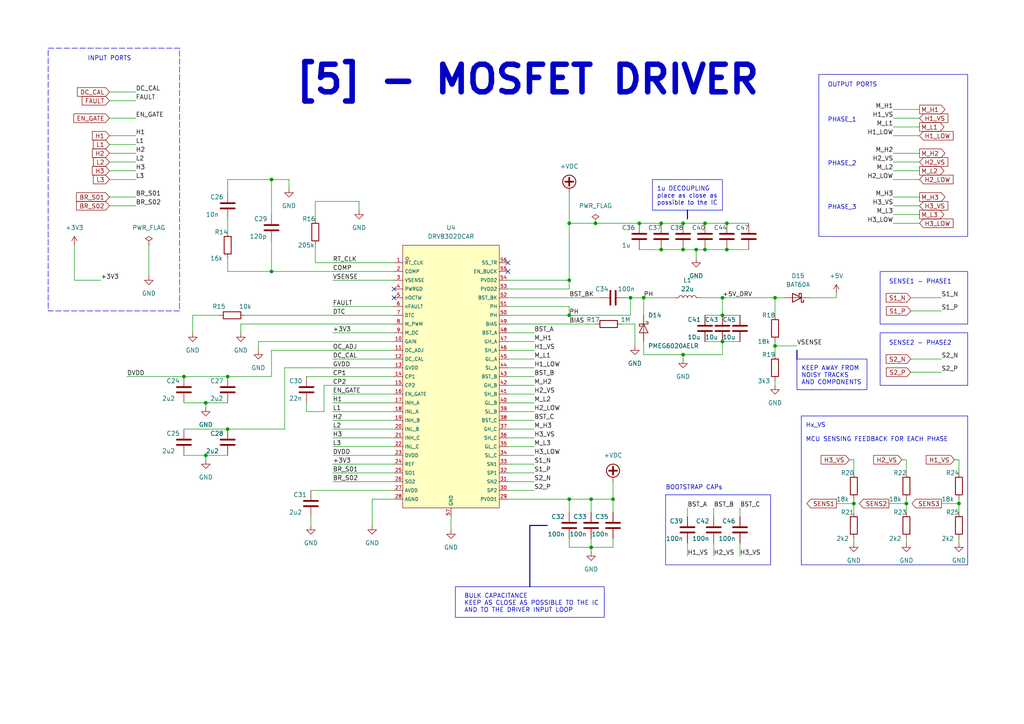
<source format=kicad_sch>
(kicad_sch (version 20231120) (generator "eeschema") (generator_version "8.0")
  (paper "A4")
  (title_block (title "DF_ESC_rev01_1") (date "2024-01-14") (rev "rev01_1") (company "Ivan Mendez IMA Design") (comment 3 "i.mendezalon@hotmail.com") (comment 4 "Ivan Mendez"))
  (lib_symbols
    (symbol "Device:C" (pin_numbers hide) (pin_names (offset 0.254))
      (property "Reference" "C" (at 0.635 2.54 0))
      (property "Value" "C" (at 0.635 -2.54 0))
      (symbol "C_0_1"
        (polyline (pts (xy -2.032 -0.762) (xy 2.032 -0.762)) (stroke (width 0.508)))
        (polyline (pts (xy -2.032 0.762) (xy 2.032 0.762)) (stroke (width 0.508)))
      )
      (symbol "C_1_1"
        (pin passive line (at 0 3.81 270) (length 2.794) (name "~") (number "1"))
        (pin passive line (at 0 -3.81 90) (length 2.794) (name "~") (number "2"))
      )
    )
    (symbol "Device:L" (pin_numbers hide) (pin_names (offset 1.016) hide)
      (property "Reference" "L" (at -1.27 0 90))
      (property "Value" "L" (at 1.905 0 90))
      (symbol "L_0_1"
        (arc (start 0 -2.54) (mid 0.6323 -1.905) (end 0 -1.27))
        (arc (start 0 -1.27) (mid 0.6323 -0.635) (end 0 0))
        (arc (start 0 0) (mid 0.6323 0.635) (end 0 1.27))
        (arc (start 0 1.27) (mid 0.6323 1.905) (end 0 2.54))
      )
      (symbol "L_1_1"
        (pin passive line (at 0 3.81 270) (length 1.27) (name "1") (number "1"))
        (pin passive line (at 0 -3.81 90) (length 1.27) (name "2") (number "2"))
      )
    )
    (symbol "Device:R" (pin_numbers hide) (pin_names (offset 0))
      (property "Reference" "R" (at 2.032 0 90))
      (property "Value" "R" (at 0 0 90))
      (symbol "R_0_1"
        (rectangle (start -1.016 -2.54) (end 1.016 2.54) (stroke (width 0.254)))
      )
      (symbol "R_1_1"
        (pin passive line (at 0 3.81 270) (length 1.27) (name "~") (number "1"))
        (pin passive line (at 0 -3.81 90) (length 1.27) (name "~") (number "2"))
      )
    )
    (symbol "Diode:BAT60A" (pin_numbers hide) (pin_names (offset 1.016) hide)
      (property "Reference" "D" (at 0 2.54 0))
      (property "Value" "BAT60A" (at 0 -2.54 0))
      (symbol "BAT60A_0_1"
        (polyline (pts (xy 1.27 0) (xy -1.27 0)))
        (polyline (pts (xy 1.27 1.27) (xy 1.27 -1.27) (xy -1.27 0) (xy 1.27 1.27)) (stroke (width 0.254)))
        (polyline (pts (xy -1.905 0.635) (xy -1.905 1.27) (xy -1.27 1.27) (xy -1.27 -1.27) (xy -0.635 -1.27) (xy -0.635 -0.635)) (stroke (width 0.254)))
      )
      (symbol "BAT60A_1_1"
        (pin passive line (at -3.81 0 0) (length 2.54) (name "K") (number "1"))
        (pin passive line (at 3.81 0 180) (length 2.54) (name "A") (number "2"))
      )
    )
    (symbol "Diode:PMEG6020AELR" (pin_numbers hide) (pin_names hide)
      (property "Reference" "D" (at 0 2.54 0))
      (property "Value" "PMEG6020AELR" (at 0 -2.54 0))
      (symbol "PMEG6020AELR_0_1"
        (polyline (pts (xy 1.27 0) (xy -1.27 0)))
        (polyline (pts (xy 1.27 1.27) (xy 1.27 -1.27) (xy -1.27 0) (xy 1.27 1.27)) (stroke (width 0.2032)))
        (polyline (pts (xy -1.905 0.635) (xy -1.905 1.27) (xy -1.27 1.27) (xy -1.27 -1.27) (xy -0.635 -1.27) (xy -0.635 -0.635)) (stroke (width 0.2032)))
      )
      (symbol "PMEG6020AELR_1_1"
        (pin passive line (at -3.81 0 0) (length 2.54) (name "K") (number "1"))
        (pin passive line (at 3.81 0 180) (length 2.54) (name "A") (number "2"))
      )
    )
    (symbol "Motor_Driver:DRV8302DCAR"
      (property "Reference" "U" (at 0 1.27 0))
      (property "Value" "DRV8302DCAR" (at 0 -2.54 0))
      (symbol "DRV8302DCAR_0_1"
        (rectangle (start -13.97 38.1001) (end 13.97 -38.1001) (fill (type background)))
        (circle (center -12.7 34.2901) (radius 0.381) (fill (type background)))
        (pin unspecified line (at -16.51 33.02 0) (length 2.54) (name "RT_CLK") (number "1"))
        (pin unspecified line (at -16.51 10.16 0) (length 2.54) (name "GAIN") (number "10"))
        (pin unspecified line (at -16.51 7.62 0) (length 2.54) (name "OC_ADJ") (number "11"))
        (pin unspecified line (at -16.51 5.08 0) (length 2.54) (name "DC_CAL") (number "12"))
        (pin unspecified line (at -16.51 2.54 0) (length 2.54) (name "GVDD") (number "13"))
        (pin unspecified line (at -16.51 0 0) (length 2.54) (name "CP1") (number "14"))
        (pin unspecified line (at -16.51 -2.54 0) (length 2.54) (name "CP2") (number "15"))
        (pin unspecified line (at -16.51 -5.08 0) (length 2.54) (name "EN_GATE") (number "16"))
        (pin unspecified line (at -16.51 -7.62 0) (length 2.54) (name "INH_A") (number "17"))
        (pin unspecified line (at -16.51 -10.16 0) (length 2.54) (name "INL_A") (number "18"))
        (pin unspecified line (at -16.51 -12.7 0) (length 2.54) (name "INH_B") (number "19"))
        (pin unspecified line (at -16.51 30.48 0) (length 2.54) (name "COMP") (number "2"))
        (pin unspecified line (at -16.51 -15.24 0) (length 2.54) (name "INL_B") (number "20"))
        (pin unspecified line (at -16.51 -17.78 0) (length 2.54) (name "INH_C") (number "21"))
        (pin unspecified line (at -16.51 -20.32 0) (length 2.54) (name "INL_C") (number "22"))
        (pin unspecified line (at -16.51 -22.86 0) (length 2.54) (name "DVDD") (number "23"))
        (pin unspecified line (at -16.51 -25.4 0) (length 2.54) (name "REF") (number "24"))
        (pin unspecified line (at -16.51 -27.94 0) (length 2.54) (name "SO1") (number "25"))
        (pin unspecified line (at -16.51 -30.48 0) (length 2.54) (name "SO2") (number "26"))
        (pin unspecified line (at -16.51 -33.02 0) (length 2.54) (name "AVDD") (number "27"))
        (pin unspecified line (at -16.51 -35.56 0) (length 2.54) (name "AGND") (number "28"))
        (pin unspecified line (at 16.51 -35.56 180) (length 2.54) (name "PVDD1") (number "29"))
        (pin unspecified line (at -16.51 27.94 0) (length 2.54) (name "VSENSE") (number "3"))
        (pin unspecified line (at 16.51 -33.02 180) (length 2.54) (name "SP2") (number "30"))
        (pin unspecified line (at 16.51 -30.48 180) (length 2.54) (name "SN2") (number "31"))
        (pin unspecified line (at 16.51 -27.94 180) (length 2.54) (name "SP1") (number "32"))
        (pin unspecified line (at 16.51 -25.4 180) (length 2.54) (name "SN1") (number "33"))
        (pin unspecified line (at 16.51 -22.86 180) (length 2.54) (name "SL_C") (number "34"))
        (pin unspecified line (at 16.51 -20.32 180) (length 2.54) (name "GL_C") (number "35"))
        (pin unspecified line (at 16.51 -17.78 180) (length 2.54) (name "SH_C") (number "36"))
        (pin unspecified line (at 16.51 -15.24 180) (length 2.54) (name "GH_C") (number "37"))
        (pin unspecified line (at 16.51 -12.7 180) (length 2.54) (name "BST_C") (number "38"))
        (pin unspecified line (at 16.51 -10.16 180) (length 2.54) (name "SL_B") (number "39"))
        (pin unspecified line (at -16.51 25.4 0) (length 2.54) (name "PWRGD") (number "4"))
        (pin unspecified line (at 16.51 -7.62 180) (length 2.54) (name "GL_B") (number "40"))
        (pin unspecified line (at 16.51 -5.08 180) (length 2.54) (name "SH_B") (number "41"))
        (pin unspecified line (at 16.51 -2.54 180) (length 2.54) (name "GH_B") (number "42"))
        (pin unspecified line (at 16.51 0 180) (length 2.54) (name "BST_B") (number "43"))
        (pin unspecified line (at 16.51 2.54 180) (length 2.54) (name "SL_A") (number "44"))
        (pin unspecified line (at 16.51 5.08 180) (length 2.54) (name "GL_A") (number "45"))
        (pin unspecified line (at 16.51 7.62 180) (length 2.54) (name "SH_A") (number "46"))
        (pin unspecified line (at 16.51 10.16 180) (length 2.54) (name "GH_A") (number "47"))
        (pin unspecified line (at 16.51 12.7 180) (length 2.54) (name "BST_A") (number "48"))
        (pin unspecified line (at 16.51 15.24 180) (length 2.54) (name "BIAS") (number "49"))
        (pin unspecified line (at -16.51 22.86 0) (length 2.54) (name "nOCTW") (number "5"))
        (pin unspecified line (at 16.51 17.78 180) (length 2.54) (name "PH") (number "50"))
        (pin unspecified line (at 16.51 20.32 180) (length 2.54) (name "PH") (number "51"))
        (pin unspecified line (at 16.51 22.86 180) (length 2.54) (name "BST_BK") (number "52"))
        (pin unspecified line (at 16.51 25.4 180) (length 2.54) (name "PVDD2") (number "53"))
        (pin unspecified line (at 16.51 27.94 180) (length 2.54) (name "PVDD2") (number "54"))
        (pin unspecified line (at 16.51 30.48 180) (length 2.54) (name "EN_BUCK") (number "55"))
        (pin unspecified line (at 16.51 33.02 180) (length 2.54) (name "SS_TR") (number "56"))
        (pin unspecified line (at 0 -40.64 90) (length 2.54) (name "GND") (number "57"))
        (pin unspecified line (at -16.51 20.32 0) (length 2.54) (name "nFAULT") (number "6"))
        (pin unspecified line (at -16.51 17.78 0) (length 2.54) (name "DTC") (number "7"))
        (pin unspecified line (at -16.51 15.24 0) (length 2.54) (name "M_PWM") (number "8"))
        (pin unspecified line (at -16.51 12.7 0) (length 2.54) (name "M_OC") (number "9"))
      )
    )
    (symbol "power:+3V3" (power) (pin_names (offset 0))
      (property "Value" "+3V3" (at 0 3.556 0))
      (symbol "+3V3_0_1"
        (polyline (pts (xy -0.762 1.27) (xy 0 2.54)))
        (polyline (pts (xy 0 0) (xy 0 2.54)))
        (polyline (pts (xy 0 2.54) (xy 0.762 1.27)))
      )
      (symbol "+3V3_1_1"
        (pin power_in line (at 0 0 90) (length 0) hide (name "+3V3") (number "1"))
      )
    )
    (symbol "power:+5V" (power) (pin_names (offset 0))
      (property "Value" "+5V" (at 0 3.556 0))
      (symbol "+5V_0_1"
        (polyline (pts (xy -0.762 1.27) (xy 0 2.54)))
        (polyline (pts (xy 0 0) (xy 0 2.54)))
        (polyline (pts (xy 0 2.54) (xy 0.762 1.27)))
      )
      (symbol "+5V_1_1"
        (pin power_in line (at 0 0 90) (length 0) hide (name "+5V") (number "1"))
      )
    )
    (symbol "power:+VDC" (power) (pin_names (offset 0))
      (property "Value" "+VDC" (at 0 6.35 0))
      (symbol "+VDC_0_1"
        (polyline (pts (xy -1.143 3.175) (xy 1.143 3.175)) (stroke (width 0.508)))
        (polyline (pts (xy 0 0) (xy 0 1.27)))
        (polyline (pts (xy 0 2.032) (xy 0 4.318)) (stroke (width 0.508)))
        (circle (center 0 3.175) (radius 1.905) (stroke (width 0.254)))
      )
      (symbol "+VDC_1_1"
        (pin power_in line (at 0 0 90) (length 0) hide (name "+VDC") (number "1"))
      )
    )
    (symbol "power:GND" (power) (pin_names (offset 0))
      (property "Value" "GND" (at 0 -3.81 0))
      (symbol "GND_0_1"
        (polyline (pts (xy 0 0) (xy 0 -1.27) (xy 1.27 -1.27) (xy 0 -2.54) (xy -1.27 -1.27) (xy 0 -1.27)))
      )
      (symbol "GND_1_1"
        (pin power_in line (at 0 0 270) (length 0) hide (name "GND") (number "1"))
      )
    )
    (symbol "power:PWR_FLAG" (power) (pin_numbers hide) (pin_names (offset 0) hide)
      (property "Value" "PWR_FLAG" (at 0 3.81 0))
      (symbol "PWR_FLAG_0_0"
        (pin power_out line (at 0 0 90) (length 0) (name "pwr") (number "1"))
      )
      (symbol "PWR_FLAG_0_1"
        (polyline (pts (xy 0 0) (xy 0 1.27) (xy -1.016 1.905) (xy 0 2.54) (xy 1.016 1.905) (xy 0 1.27)))
      )
    )
  )
  (junction (at 165.1 144.78))
  (junction (at 191.77 72.39))
  (junction (at 198.12 72.39))
  (junction (at 171.45 158.75))
  (junction (at 78.74 52.07))
  (junction (at 66.04 109.22))
  (junction (at 185.42 64.77))
  (junction (at 165.1 64.77))
  (junction (at 201.93 72.39))
  (junction (at 191.77 64.77))
  (junction (at 198.12 102.87))
  (junction (at 59.69 116.84))
  (junction (at 278.13 146.05))
  (junction (at 204.47 72.39))
  (junction (at 186.69 86.36))
  (junction (at 247.65 146.05))
  (junction (at 171.45 144.78))
  (junction (at 204.47 64.77))
  (junction (at 182.88 86.36))
  (junction (at 224.79 86.36))
  (junction (at 209.55 91.44))
  (junction (at 165.1 91.44))
  (junction (at 172.72 64.77))
  (junction (at 177.8 144.78))
  (junction (at 262.89 146.05))
  (junction (at 59.69 132.08))
  (junction (at 209.55 86.36))
  (junction (at 210.82 64.77))
  (junction (at 78.74 78.74))
  (junction (at 198.12 64.77))
  (junction (at 165.1 81.28))
  (junction (at 224.79 100.33))
  (junction (at 53.34 109.22))
  (junction (at 210.82 72.39))
  (junction (at 66.04 124.46))
  (junction (at 209.55 99.06))
  (no_connect (at 147.32 76.2))
  (no_connect (at 147.32 78.74))
  (no_connect (at 114.3 86.36))
  (no_connect (at 114.3 83.82))
  (wire (pts (xy 96.52 121.92) (xy 114.3 121.92)))
  (wire (pts (xy 96.52 134.62) (xy 114.3 134.62)))
  (wire (pts (xy 53.34 132.08) (xy 59.69 132.08)))
  (wire (pts (xy 266.7 64.77) (xy 259.08 64.77)))
  (wire (pts (xy 207.01 157.48) (xy 207.01 161.29)))
  (wire (pts (xy 181.61 86.36) (xy 182.88 86.36)))
  (wire (pts (xy 96.52 129.54) (xy 114.3 129.54)))
  (wire (pts (xy 266.7 52.07) (xy 259.08 52.07)))
  (wire (pts (xy 224.79 86.36) (xy 227.33 86.36)))
  (wire (pts (xy 262.89 146.05) (xy 262.89 148.59)))
  (wire (pts (xy 191.77 72.39) (xy 198.12 72.39)))
  (wire (pts (xy 201.93 72.39) (xy 201.93 74.93)))
  (wire (pts (xy 66.04 63.5) (xy 66.04 67.31)))
  (wire (pts (xy 69.85 93.98) (xy 69.85 96.52)))
  (wire (pts (xy 266.7 49.53) (xy 259.08 49.53)))
  (wire (pts (xy 59.69 116.84) (xy 59.69 118.11)))
  (wire (pts (xy 96.52 124.46) (xy 114.3 124.46)))
  (wire (pts (xy 165.1 64.77) (xy 172.72 64.77)))
  (wire (pts (xy 165.1 156.21) (xy 165.1 158.75)))
  (wire (pts (xy 191.77 64.77) (xy 198.12 64.77)))
  (wire (pts (xy 96.52 104.14) (xy 114.3 104.14)))
  (wire (pts (xy 199.39 157.48) (xy 199.39 161.29)))
  (wire (pts (xy 147.32 111.76) (xy 154.94 111.76)))
  (wire (pts (xy 96.52 96.52) (xy 114.3 96.52)))
  (bus (pts (xy 153.67 170.18) (xy 153.67 152.4)))
  (wire (pts (xy 262.89 156.21) (xy 262.89 157.48)))
  (wire (pts (xy 242.57 86.36) (xy 234.95 86.36)))
  (wire (pts (xy 78.74 101.6) (xy 78.74 109.22)))
  (wire (pts (xy 186.69 86.36) (xy 186.69 91.44)))
  (wire (pts (xy 104.14 58.42) (xy 104.14 60.96)))
  (wire (pts (xy 147.32 119.38) (xy 154.94 119.38)))
  (wire (pts (xy 266.7 46.99) (xy 259.08 46.99)))
  (wire (pts (xy 186.69 99.06) (xy 186.69 102.87)))
  (wire (pts (xy 198.12 72.39) (xy 201.93 72.39)))
  (wire (pts (xy 21.59 81.28) (xy 29.21 81.28)))
  (wire (pts (xy 204.47 91.44) (xy 209.55 91.44)))
  (wire (pts (xy 91.44 76.2) (xy 91.44 71.12)))
  (wire (pts (xy 91.44 58.42) (xy 104.14 58.42)))
  (wire (pts (xy 198.12 102.87) (xy 209.55 102.87)))
  (wire (pts (xy 165.1 64.77) (xy 165.1 81.28)))
  (wire (pts (xy 36.83 109.22) (xy 53.34 109.22)))
  (wire (pts (xy 165.1 158.75) (xy 171.45 158.75)))
  (wire (pts (xy 59.69 132.08) (xy 66.04 132.08)))
  (wire (pts (xy 204.47 72.39) (xy 210.82 72.39)))
  (wire (pts (xy 88.9 109.22) (xy 114.3 109.22)))
  (wire (pts (xy 147.32 109.22) (xy 154.94 109.22)))
  (wire (pts (xy 198.12 64.77) (xy 204.47 64.77)))
  (wire (pts (xy 201.93 72.39) (xy 204.47 72.39)))
  (wire (pts (xy 147.32 121.92) (xy 154.94 121.92)))
  (wire (pts (xy 276.86 133.35) (xy 278.13 133.35)))
  (wire (pts (xy 39.37 29.21) (xy 31.75 29.21)))
  (wire (pts (xy 147.32 134.62) (xy 154.94 134.62)))
  (wire (pts (xy 63.5 91.44) (xy 55.88 91.44)))
  (wire (pts (xy 83.82 52.07) (xy 83.82 54.61)))
  (wire (pts (xy 78.74 52.07) (xy 78.74 62.23)))
  (wire (pts (xy 246.38 133.35) (xy 247.65 133.35)))
  (wire (pts (xy 147.32 106.68) (xy 154.94 106.68)))
  (wire (pts (xy 224.79 100.33) (xy 224.79 102.87)))
  (wire (pts (xy 185.42 72.39) (xy 191.77 72.39)))
  (wire (pts (xy 93.98 111.76) (xy 114.3 111.76)))
  (wire (pts (xy 262.89 144.78) (xy 262.89 146.05)))
  (wire (pts (xy 39.37 46.99) (xy 31.75 46.99)))
  (wire (pts (xy 171.45 158.75) (xy 171.45 160.02)))
  (wire (pts (xy 55.88 91.44) (xy 55.88 96.52)))
  (wire (pts (xy 266.7 57.15) (xy 259.08 57.15)))
  (wire (pts (xy 88.9 116.84) (xy 88.9 119.38)))
  (wire (pts (xy 39.37 44.45) (xy 31.75 44.45)))
  (wire (pts (xy 264.16 104.14) (xy 273.05 104.14)))
  (wire (pts (xy 242.57 85.09) (xy 242.57 86.36)))
  (wire (pts (xy 266.7 31.75) (xy 259.08 31.75)))
  (wire (pts (xy 96.52 116.84) (xy 114.3 116.84)))
  (wire (pts (xy 147.32 96.52) (xy 154.94 96.52)))
  (wire (pts (xy 171.45 156.21) (xy 171.45 158.75)))
  (wire (pts (xy 39.37 41.91) (xy 31.75 41.91)))
  (wire (pts (xy 69.85 93.98) (xy 114.3 93.98)))
  (wire (pts (xy 182.88 86.36) (xy 182.88 91.44)))
  (wire (pts (xy 147.32 116.84) (xy 154.94 116.84)))
  (wire (pts (xy 78.74 52.07) (xy 83.82 52.07)))
  (wire (pts (xy 147.32 101.6) (xy 154.94 101.6)))
  (wire (pts (xy 147.32 124.46) (xy 154.94 124.46)))
  (wire (pts (xy 210.82 72.39) (xy 217.17 72.39)))
  (wire (pts (xy 43.18 71.12) (xy 43.18 80.01)))
  (wire (pts (xy 262.89 146.05) (xy 257.81 146.05)))
  (wire (pts (xy 266.7 39.37) (xy 259.08 39.37)))
  (wire (pts (xy 185.42 64.77) (xy 191.77 64.77)))
  (wire (pts (xy 262.89 133.35) (xy 262.89 137.16)))
  (wire (pts (xy 53.34 109.22) (xy 66.04 109.22)))
  (wire (pts (xy 66.04 78.74) (xy 66.04 74.93)))
  (wire (pts (xy 39.37 34.29) (xy 31.75 34.29)))
  (wire (pts (xy 147.32 142.24) (xy 154.94 142.24)))
  (wire (pts (xy 90.17 149.86) (xy 90.17 152.4)))
  (wire (pts (xy 78.74 101.6) (xy 114.3 101.6)))
  (wire (pts (xy 224.79 86.36) (xy 224.79 91.44)))
  (wire (pts (xy 39.37 57.15) (xy 31.75 57.15)))
  (wire (pts (xy 180.34 93.98) (xy 184.15 93.98)))
  (wire (pts (xy 107.95 144.78) (xy 114.3 144.78)))
  (wire (pts (xy 39.37 49.53) (xy 31.75 49.53)))
  (wire (pts (xy 39.37 39.37) (xy 31.75 39.37)))
  (wire (pts (xy 186.69 86.36) (xy 195.58 86.36)))
  (wire (pts (xy 74.93 99.06) (xy 74.93 101.6)))
  (wire (pts (xy 91.44 63.5) (xy 91.44 58.42)))
  (wire (pts (xy 147.32 127) (xy 154.94 127)))
  (wire (pts (xy 264.16 86.36) (xy 273.05 86.36)))
  (wire (pts (xy 177.8 144.78) (xy 177.8 148.59)))
  (wire (pts (xy 147.32 144.78) (xy 165.1 144.78)))
  (bus (pts (xy 199.39 60.96) (xy 199.39 63.5)))
  (wire (pts (xy 242.57 146.05) (xy 247.65 146.05)))
  (wire (pts (xy 171.45 144.78) (xy 177.8 144.78)))
  (wire (pts (xy 96.52 81.28) (xy 114.3 81.28)))
  (wire (pts (xy 147.32 132.08) (xy 154.94 132.08)))
  (wire (pts (xy 266.7 62.23) (xy 259.08 62.23)))
  (wire (pts (xy 66.04 52.07) (xy 78.74 52.07)))
  (wire (pts (xy 172.72 64.77) (xy 185.42 64.77)))
  (wire (pts (xy 66.04 55.88) (xy 66.04 52.07)))
  (wire (pts (xy 214.63 157.48) (xy 214.63 161.29)))
  (wire (pts (xy 264.16 90.17) (xy 273.05 90.17)))
  (wire (pts (xy 247.65 146.05) (xy 247.65 148.59)))
  (wire (pts (xy 247.65 144.78) (xy 247.65 146.05)))
  (wire (pts (xy 261.62 133.35) (xy 262.89 133.35)))
  (wire (pts (xy 82.55 106.68) (xy 82.55 124.46)))
  (wire (pts (xy 96.52 88.9) (xy 114.3 88.9)))
  (wire (pts (xy 147.32 129.54) (xy 154.94 129.54)))
  (wire (pts (xy 96.52 127) (xy 114.3 127)))
  (wire (pts (xy 278.13 156.21) (xy 278.13 157.48)))
  (wire (pts (xy 171.45 158.75) (xy 177.8 158.75)))
  (wire (pts (xy 247.65 156.21) (xy 247.65 157.48)))
  (wire (pts (xy 210.82 64.77) (xy 217.17 64.77)))
  (wire (pts (xy 224.79 99.06) (xy 224.79 100.33)))
  (wire (pts (xy 147.32 81.28) (xy 165.1 81.28)))
  (wire (pts (xy 66.04 124.46) (xy 82.55 124.46)))
  (wire (pts (xy 203.2 86.36) (xy 209.55 86.36)))
  (wire (pts (xy 264.16 107.95) (xy 273.05 107.95)))
  (wire (pts (xy 147.32 139.7) (xy 154.94 139.7)))
  (wire (pts (xy 204.47 99.06) (xy 209.55 99.06)))
  (wire (pts (xy 278.13 144.78) (xy 278.13 146.05)))
  (wire (pts (xy 78.74 78.74) (xy 114.3 78.74)))
  (wire (pts (xy 266.7 34.29) (xy 259.08 34.29)))
  (wire (pts (xy 209.55 99.06) (xy 209.55 102.87)))
  (wire (pts (xy 39.37 59.69) (xy 31.75 59.69)))
  (wire (pts (xy 224.79 100.33) (xy 231.14 100.33)))
  (wire (pts (xy 39.37 52.07) (xy 31.75 52.07)))
  (wire (pts (xy 147.32 83.82) (xy 165.1 83.82)))
  (wire (pts (xy 96.52 132.08) (xy 114.3 132.08)))
  (bus (pts (xy 153.67 152.4) (xy 158.75 152.4)))
  (wire (pts (xy 165.1 144.78) (xy 171.45 144.78)))
  (wire (pts (xy 78.74 69.85) (xy 78.74 78.74)))
  (wire (pts (xy 59.69 116.84) (xy 66.04 116.84)))
  (wire (pts (xy 165.1 81.28) (xy 165.1 83.82)))
  (wire (pts (xy 147.32 99.06) (xy 154.94 99.06)))
  (wire (pts (xy 165.1 88.9) (xy 165.1 91.44)))
  (wire (pts (xy 224.79 110.49) (xy 224.79 111.76)))
  (wire (pts (xy 21.59 71.12) (xy 21.59 81.28)))
  (wire (pts (xy 214.63 147.32) (xy 214.63 149.86)))
  (wire (pts (xy 209.55 99.06) (xy 214.63 99.06)))
  (wire (pts (xy 147.32 114.3) (xy 154.94 114.3)))
  (wire (pts (xy 199.39 147.32) (xy 199.39 149.86)))
  (wire (pts (xy 186.69 102.87) (xy 198.12 102.87)))
  (wire (pts (xy 82.55 106.68) (xy 114.3 106.68)))
  (wire (pts (xy 59.69 132.08) (xy 59.69 133.35)))
  (wire (pts (xy 96.52 139.7) (xy 114.3 139.7)))
  (wire (pts (xy 107.95 152.4) (xy 107.95 144.78)))
  (wire (pts (xy 204.47 64.77) (xy 210.82 64.77)))
  (wire (pts (xy 147.32 91.44) (xy 165.1 91.44)))
  (wire (pts (xy 266.7 44.45) (xy 259.08 44.45)))
  (wire (pts (xy 74.93 99.06) (xy 114.3 99.06)))
  (wire (pts (xy 78.74 78.74) (xy 66.04 78.74)))
  (wire (pts (xy 165.1 144.78) (xy 165.1 148.59)))
  (wire (pts (xy 266.7 36.83) (xy 259.08 36.83)))
  (wire (pts (xy 96.52 119.38) (xy 114.3 119.38)))
  (wire (pts (xy 171.45 144.78) (xy 171.45 148.59)))
  (wire (pts (xy 71.12 91.44) (xy 114.3 91.44)))
  (wire (pts (xy 182.88 86.36) (xy 186.69 86.36)))
  (wire (pts (xy 53.34 116.84) (xy 59.69 116.84)))
  (wire (pts (xy 91.44 76.2) (xy 114.3 76.2)))
  (wire (pts (xy 147.32 104.14) (xy 154.94 104.14)))
  (wire (pts (xy 209.55 86.36) (xy 224.79 86.36)))
  (wire (pts (xy 147.32 86.36) (xy 173.99 86.36)))
  (wire (pts (xy 165.1 55.88) (xy 165.1 64.77)))
  (wire (pts (xy 88.9 119.38) (xy 93.98 119.38)))
  (wire (pts (xy 147.32 137.16) (xy 154.94 137.16)))
  (wire (pts (xy 53.34 124.46) (xy 66.04 124.46)))
  (wire (pts (xy 177.8 158.75) (xy 177.8 156.21)))
  (wire (pts (xy 266.7 59.69) (xy 259.08 59.69)))
  (wire (pts (xy 93.98 119.38) (xy 93.98 111.76)))
  (wire (pts (xy 207.01 147.32) (xy 207.01 149.86)))
  (wire (pts (xy 209.55 86.36) (xy 209.55 91.44)))
  (wire (pts (xy 96.52 137.16) (xy 114.3 137.16)))
  (wire (pts (xy 198.12 102.87) (xy 198.12 104.14)))
  (wire (pts (xy 184.15 93.98) (xy 184.15 100.33)))
  (wire (pts (xy 147.32 93.98) (xy 172.72 93.98)))
  (wire (pts (xy 278.13 146.05) (xy 273.05 146.05)))
  (wire (pts (xy 278.13 133.35) (xy 278.13 137.16)))
  (wire (pts (xy 96.52 114.3) (xy 114.3 114.3)))
  (wire (pts (xy 247.65 133.35) (xy 247.65 137.16)))
  (wire (pts (xy 177.8 139.7) (xy 177.8 144.78)))
  (bus (pts (xy 231.14 101.6) (xy 231.14 104.14)))
  (wire (pts (xy 147.32 88.9) (xy 165.1 88.9)))
  (wire (pts (xy 39.37 26.67) (xy 31.75 26.67)))
  (wire (pts (xy 278.13 146.05) (xy 278.13 148.59)))
  (wire (pts (xy 66.04 109.22) (xy 78.74 109.22)))
  (wire (pts (xy 90.17 142.24) (xy 114.3 142.24)))
  (wire (pts (xy 165.1 91.44) (xy 182.88 91.44)))
  (wire (pts (xy 209.55 91.44) (xy 214.63 91.44)))
  (wire (pts (xy 130.81 149.86) (xy 130.81 153.67)))
  (rectangle (start 132.08 170.18) (end 175.26 179.07))
  (rectangle (start 193.04 143.51) (end 223.52 163.83))
  (rectangle (start 13.97 13.97) (end 52.07 90.17) (stroke (width 0) (type dash)))
  (rectangle (start 231.14 104.14) (end 251.46 113.03))
  (rectangle (start 255.27 78.74) (end 280.67 93.98))
  (rectangle (start 255.27 96.52) (end 280.67 111.76))
  (rectangle (start 189.23 52.07) (end 209.55 60.96))
  (rectangle (start 237.49 21.59) (end 280.67 68.58))
  (rectangle (start 232.41 120.65) (end 280.67 163.83))
  (text "PHASE_2\n" (at 240.03 48.26 0) (effects (font (size 1.27 1.27)) (justify left bottom)))
  (text "KEEP AWAY FROM \nNOISY TRACKS \nAND COMPONENTS" (at 232.41 111.76 0) (effects (font (size 1.27 1.27)) (justify left bottom)))
  (text "BULK CAPACITANCE\nKEEP AS CLOSE AS POSSIBLE TO THE IC\nAND TO THE DRIVER INPUT LOOP" (at 134.62 177.8 0) (effects (font (size 1.27 1.27)) (justify left bottom)))
  (text "Hx_VS\n\nMCU SENSING FEEDBACK FOR EACH PHASE" (at 233.68 128.27 0) (effects (font (size 1.27 1.27)) (justify left bottom)))
  (text "PHASE_1\n" (at 240.03 35.56 0) (effects (font (size 1.27 1.27)) (justify left bottom)))
  (text "SENSE2 - PHASE2" (at 257.81 100.33 0) (effects (font (size 1.27 1.27)) (justify left bottom)))
  (text "PHASE_3\n" (at 240.03 60.96 0) (effects (font (size 1.27 1.27)) (justify left bottom)))
  (text "OUTPUT PORTS" (at 240.03 25.4 0) (effects (font (size 1.27 1.27)) (justify left bottom)))
  (text "1u DECOUPLING\nplace as close as \npossible to the IC" (at 190.5 59.69 0) (effects (font (size 1.27 1.27)) (justify left bottom)))
  (text "BOOTSTRAP CAPs" (at 193.04 142.24 0) (effects (font (size 1.27 1.27)) (justify left bottom)))
  (text "INPUT PORTS" (at 25.4 17.78 0) (effects (font (size 1.27 1.27)) (justify left bottom)))
  (text "[5] - MOSFET DRIVER" (at 85.09 27.94 0) (effects (font (size 8 8) (bold yes)) (justify left bottom)))
  (text "SENSE1 - PHASE1\n" (at 257.81 82.55 0) (effects (font (size 1.27 1.27)) (justify left bottom)))
  (label "BR_S01" (at 39.37 57.15 0))
  (label "CP1" (at 96.52 109.22 0))
  (label "H1" (at 96.52 116.84 0))
  (label "EN_GATE" (at 96.52 114.3 0))
  (label "S2_P" (at 273.05 107.95 0))
  (label "PH" (at 186.69 86.36 0))
  (label "H1_VS" (at 259.08 34.29 180))
  (label "M_L2" (at 259.08 49.53 180))
  (label "OC_ADJ" (at 96.52 101.6 0))
  (label "CP2" (at 96.52 111.76 0))
  (label "DC_CAL" (at 39.37 26.67 0))
  (label "S2_N" (at 273.05 104.14 0))
  (label "S1_P" (at 154.94 137.16 0))
  (label "BR_S02" (at 96.52 139.7 0))
  (label "DVDD" (at 36.83 109.22 0))
  (label "H3" (at 39.37 49.53 0))
  (label "H2_VS" (at 154.94 114.3 0))
  (label "H2" (at 96.52 121.92 0))
  (label "GVDD" (at 96.52 106.68 0))
  (label "H2_VS" (at 259.08 46.99 180))
  (label "S1_P" (at 273.05 90.17 0))
  (label "COMP" (at 96.52 78.74 0))
  (label "M_H1" (at 154.94 99.06 0))
  (label "H2_LOW" (at 154.94 119.38 0))
  (label "DVDD" (at 96.52 132.08 0))
  (label "BIAS" (at 165.1 93.98 0))
  (label "BR_S02" (at 39.37 59.69 0))
  (label "BST_C" (at 214.63 147.32 0))
  (label "BST_BK" (at 165.1 86.36 0))
  (label "M_L1" (at 154.94 104.14 0))
  (label "L2" (at 96.52 124.46 0))
  (label "H1" (at 39.37 39.37 0))
  (label "FAULT" (at 96.52 88.9 0))
  (label "M_L1" (at 259.08 36.83 180))
  (label "M_H1" (at 259.08 31.75 180))
  (label "M_H2" (at 259.08 44.45 180))
  (label "+3V3" (at 29.21 81.28 0))
  (label "BR_S01" (at 96.52 137.16 0))
  (label "H3" (at 96.52 127 0))
  (label "L3" (at 96.52 129.54 0))
  (label "+3V3" (at 96.52 134.62 0))
  (label "+5V_DRV" (at 209.55 86.36 0))
  (label "BST_A" (at 199.39 147.32 0))
  (label "M_H2" (at 154.94 111.76 0))
  (label "H1_LOW" (at 259.08 39.37 180))
  (label "H3_VS" (at 154.94 127 0))
  (label "S2_N" (at 154.94 139.7 0))
  (label "RT_CLK" (at 96.52 76.2 0))
  (label "L1" (at 39.37 41.91 0))
  (label "H3_VS" (at 214.63 161.29 0))
  (label "H1_VS" (at 154.94 101.6 0))
  (label "H1_VS" (at 199.39 161.29 0))
  (label "M_H3" (at 259.08 57.15 180))
  (label "M_H3" (at 154.94 124.46 0))
  (label "L2" (at 39.37 46.99 0))
  (label "BST_C" (at 154.94 121.92 0))
  (label "H3_VS" (at 259.08 59.69 180))
  (label "M_L3" (at 154.94 129.54 0))
  (label "M_L3" (at 259.08 62.23 180))
  (label "S2_P" (at 154.94 142.24 0))
  (label "M_L2" (at 154.94 116.84 0))
  (label "H3_LOW" (at 259.08 64.77 180))
  (label "BST_B" (at 154.94 109.22 0))
  (label "S1_N" (at 273.05 86.36 0))
  (label "H2" (at 39.37 44.45 0))
  (label "H1_LOW" (at 154.94 106.68 0))
  (label "H2_LOW" (at 259.08 52.07 180))
  (label "H2_VS" (at 207.01 161.29 0))
  (label "BST_A" (at 154.94 96.52 0))
  (label "L3" (at 39.37 52.07 0))
  (label "PH" (at 165.1 91.44 0))
  (label "DC_CAL" (at 96.52 104.14 0))
  (label "+3V3" (at 96.52 96.52 0))
  (label "DTC" (at 96.52 91.44 0))
  (label "H3_LOW" (at 154.94 132.08 0))
  (label "FAULT" (at 39.37 29.21 0))
  (label "L1" (at 96.52 119.38 0))
  (label "BST_B" (at 207.01 147.32 0))
  (label "EN_GATE" (at 39.37 34.29 0))
  (label "S1_N" (at 154.94 134.62 0))
  (label "VSENSE" (at 231.14 100.33 0))
  (label "VSENSE" (at 96.52 81.28 0))
  (global_label "L1" (shape input) (at 31.75 41.91 180) (property "Intersheetrefs" "${INTERSHEET_REFS}" (effects (hide yes))))
  (global_label "H1_VS" (shape input) (at 276.86 133.35 180) (property "Intersheetrefs" "${INTERSHEET_REFS}" (effects (hide yes))))
  (global_label "DC_CAL" (shape input) (at 31.75 26.67 180) (property "Intersheetrefs" "${INTERSHEET_REFS}" (effects (hide yes))))
  (global_label "L2" (shape input) (at 31.75 46.99 180) (property "Intersheetrefs" "${INTERSHEET_REFS}" (effects (hide yes))))
  (global_label "EN_GATE" (shape input) (at 31.75 34.29 180) (property "Intersheetrefs" "${INTERSHEET_REFS}" (effects (hide yes))))
  (global_label "SENS3" (shape output) (at 273.05 146.05 180) (property "Intersheetrefs" "${INTERSHEET_REFS}" (effects (hide yes))))
  (global_label "H2_LOW" (shape input) (at 266.7 52.07 0) (property "Intersheetrefs" "${INTERSHEET_REFS}" (effects (hide yes))))
  (global_label "S2_P" (shape input) (at 264.16 107.95 180) (property "Intersheetrefs" "${INTERSHEET_REFS}" (effects (hide yes))))
  (global_label "L3" (shape input) (at 31.75 52.07 180) (property "Intersheetrefs" "${INTERSHEET_REFS}" (effects (hide yes))))
  (global_label "S1_P" (shape input) (at 264.16 90.17 180) (property "Intersheetrefs" "${INTERSHEET_REFS}" (effects (hide yes))))
  (global_label "BR_S01" (shape input) (at 31.75 57.15 180) (property "Intersheetrefs" "${INTERSHEET_REFS}" (effects (hide yes))))
  (global_label "M_H3" (shape output) (at 266.7 57.15 0) (property "Intersheetrefs" "${INTERSHEET_REFS}" (effects (hide yes))))
  (global_label "M_L2" (shape output) (at 266.7 49.53 0) (property "Intersheetrefs" "${INTERSHEET_REFS}" (effects (hide yes))))
  (global_label "M_H1" (shape output) (at 266.7 31.75 0) (property "Intersheetrefs" "${INTERSHEET_REFS}" (effects (hide yes))))
  (global_label "H1" (shape input) (at 31.75 39.37 180) (property "Intersheetrefs" "${INTERSHEET_REFS}" (effects (hide yes))))
  (global_label "H3_VS" (shape input) (at 266.7 59.69 0) (property "Intersheetrefs" "${INTERSHEET_REFS}" (effects (hide yes))))
  (global_label "M_L3" (shape output) (at 266.7 62.23 0) (property "Intersheetrefs" "${INTERSHEET_REFS}" (effects (hide yes))))
  (global_label "H1_LOW" (shape input) (at 266.7 39.37 0) (property "Intersheetrefs" "${INTERSHEET_REFS}" (effects (hide yes))))
  (global_label "S2_N" (shape input) (at 264.16 104.14 180) (property "Intersheetrefs" "${INTERSHEET_REFS}" (effects (hide yes))))
  (global_label "H3" (shape input) (at 31.75 49.53 180) (property "Intersheetrefs" "${INTERSHEET_REFS}" (effects (hide yes))))
  (global_label "H1_VS" (shape input) (at 266.7 34.29 0) (property "Intersheetrefs" "${INTERSHEET_REFS}" (effects (hide yes))))
  (global_label "FAULT" (shape input) (at 31.75 29.21 180) (property "Intersheetrefs" "${INTERSHEET_REFS}" (effects (hide yes))))
  (global_label "H2_VS" (shape input) (at 266.7 46.99 0) (property "Intersheetrefs" "${INTERSHEET_REFS}" (effects (hide yes))))
  (global_label "H3_LOW" (shape input) (at 266.7 64.77 0) (property "Intersheetrefs" "${INTERSHEET_REFS}" (effects (hide yes))))
  (global_label "M_H2" (shape output) (at 266.7 44.45 0) (property "Intersheetrefs" "${INTERSHEET_REFS}" (effects (hide yes))))
  (global_label "BR_S02" (shape input) (at 31.75 59.69 180) (property "Intersheetrefs" "${INTERSHEET_REFS}" (effects (hide yes))))
  (global_label "SENS1" (shape output) (at 242.57 146.05 180) (property "Intersheetrefs" "${INTERSHEET_REFS}" (effects (hide yes))))
  (global_label "S1_N" (shape input) (at 264.16 86.36 180) (property "Intersheetrefs" "${INTERSHEET_REFS}" (effects (hide yes))))
  (global_label "H2" (shape input) (at 31.75 44.45 180) (property "Intersheetrefs" "${INTERSHEET_REFS}" (effects (hide yes))))
  (global_label "SENS2" (shape output) (at 257.81 146.05 180) (property "Intersheetrefs" "${INTERSHEET_REFS}" (effects (hide yes))))
  (global_label "H3_VS" (shape input) (at 246.38 133.35 180) (property "Intersheetrefs" "${INTERSHEET_REFS}" (effects (hide yes))))
  (global_label "H2_VS" (shape input) (at 261.62 133.35 180) (property "Intersheetrefs" "${INTERSHEET_REFS}" (effects (hide yes))))
  (global_label "M_L1" (shape output) (at 266.7 36.83 0) (property "Intersheetrefs" "${INTERSHEET_REFS}" (effects (hide yes))))
  (symbol (lib_id "Device:R") (at 224.79 106.68 0) (unit 1)
    (property "Reference" "R19" (at 220.98 102.87 0) (effects (justify left)))
    (property "Value" "3k3" (at 219.71 110.49 0) (effects (justify left)))
    (property "Footprint" "Resistor_SMD:R_0603_1608Metric_Pad0.98x0.95mm_HandSolder" (effects (hide yes)))
  )
  (symbol (lib_id "power:GND") (at 74.93 101.6 0) (unit 1)
    (property "Reference" "#PWR046" (effects (hide yes)))
    (property "Value" "GND" (at 74.93 106.68 0))
  )
  (symbol (lib_id "power:GND") (at 59.69 133.35 0) (unit 1)
    (property "Reference" "#PWR044" (effects (hide yes)))
    (property "Value" "GND" (at 59.69 138.43 0))
  )
  (symbol (lib_id "Device:R") (at 66.04 71.12 0) (unit 1)
    (property "Reference" "R14" (at 62.23 67.31 0) (effects (justify left)))
    (property "Value" "16k" (at 60.96 74.93 0) (effects (justify left)))
    (property "Footprint" "Resistor_SMD:R_0603_1608Metric_Pad0.98x0.95mm_HandSolder" (effects (hide yes)))
  )
  (symbol (lib_id "Device:C") (at 78.74 66.04 0) (unit 1)
    (property "Reference" "C29" (at 73.66 63.5 0) (effects (justify left)))
    (property "Value" "120p" (at 72.39 68.58 0) (effects (justify left)))
    (property "Footprint" "Capacitor_SMD:C_0603_1608Metric_Pad1.08x0.95mm_HandSolder" (effects (hide yes)))
  )
  (symbol (lib_id "Device:C") (at 204.47 68.58 0) (unit 1)
    (property "Reference" "C40" (at 200.66 66.04 0) (effects (justify left)))
    (property "Value" "1u" (effects (hide yes)))
    (property "Footprint" "Capacitor_SMD:C_0603_1608Metric_Pad1.08x0.95mm_HandSolder" (effects (hide yes)))
  )
  (symbol (lib_id "Device:C") (at 165.1 152.4 180) (unit 1)
    (property "Reference" "C32" (at 163.83 149.86 0) (effects (justify left)))
    (property "Value" "100n" (at 163.83 154.94 0) (effects (justify left)))
    (property "Footprint" "Capacitor_SMD:C_0603_1608Metric_Pad1.08x0.95mm_HandSolder" (effects (hide yes)))
  )
  (symbol (lib_id "power:GND") (at 90.17 152.4 0) (unit 1)
    (property "Reference" "#PWR048" (effects (hide yes)))
    (property "Value" "GND" (at 90.17 157.48 0))
  )
  (symbol (lib_id "Device:C") (at 66.04 128.27 0) (unit 1)
    (property "Reference" "C28" (at 60.96 125.73 0) (effects (justify left)))
    (property "Value" "2u2" (at 59.69 130.81 0) (effects (justify left)))
    (property "Footprint" "Capacitor_SMD:C_0603_1608Metric_Pad1.08x0.95mm_HandSolder" (effects (hide yes)))
  )
  (symbol (lib_id "Device:R") (at 278.13 140.97 0) (unit 1)
    (property "Reference" "R24" (at 274.32 137.16 0) (effects (justify left)))
    (property "Value" "18k" (at 273.05 144.78 0) (effects (justify left)))
    (property "Footprint" "Resistor_SMD:R_0603_1608Metric_Pad0.98x0.95mm_HandSolder" (effects (hide yes)))
  )
  (symbol (lib_id "power:GND") (at 184.15 100.33 0) (unit 1)
    (property "Reference" "#PWR055" (effects (hide yes)))
    (property "Value" "GND" (at 184.15 105.41 0))
  )
  (symbol (lib_id "Device:R") (at 278.13 152.4 0) (unit 1)
    (property "Reference" "R25" (at 274.32 148.59 0) (effects (justify left)))
    (property "Value" "2k2" (at 273.05 156.21 0) (effects (justify left)))
    (property "Footprint" "Resistor_SMD:R_0603_1608Metric_Pad0.98x0.95mm_HandSolder" (effects (hide yes)))
  )
  (symbol (lib_id "Device:C") (at 177.8 152.4 180) (unit 1)
    (property "Reference" "C35" (at 176.53 149.86 0) (effects (justify left)))
    (property "Value" "100n" (at 176.53 154.94 0) (effects (justify left)))
    (property "Footprint" "Capacitor_SMD:C_0603_1608Metric_Pad1.08x0.95mm_HandSolder" (effects (hide yes)))
  )
  (symbol (lib_id "Device:C") (at 209.55 95.25 0) (unit 1)
    (property "Reference" "C43" (at 204.47 92.71 0) (effects (justify left)))
    (property "Value" "10u" (at 204.47 97.79 0) (effects (justify left)))
    (property "Footprint" "Capacitor_SMD:C_0603_1608Metric_Pad1.08x0.95mm_HandSolder" (effects (hide yes)))
  )
  (symbol (lib_id "Device:C") (at 207.01 153.67 180) (unit 1)
    (property "Reference" "C42" (at 205.74 151.13 0) (effects (justify left)))
    (property "Value" "100n" (at 205.74 156.21 0) (effects (justify left)))
    (property "Footprint" "Capacitor_SMD:C_0603_1608Metric_Pad1.08x0.95mm_HandSolder" (effects (hide yes)))
  )
  (symbol (lib_id "Device:C") (at 66.04 113.03 0) (unit 1)
    (property "Reference" "C27" (at 60.96 110.49 0) (effects (justify left)))
    (property "Value" "2u2" (at 60.96 115.57 0) (effects (justify left)))
    (property "Footprint" "Capacitor_SMD:C_0603_1608Metric_Pad1.08x0.95mm_HandSolder" (effects (hide yes)))
  )
  (symbol (lib_id "power:GND") (at 43.18 80.01 0) (unit 1)
    (property "Reference" "#PWR041" (effects (hide yes)))
    (property "Value" "GND" (at 43.18 85.09 0))
  )
  (symbol (lib_id "Device:R") (at 67.31 91.44 90) (unit 1)
    (property "Reference" "R15" (at 63.5 88.9 90))
    (property "Value" "10k" (at 71.12 88.9 90))
    (property "Footprint" "Resistor_SMD:R_0603_1608Metric_Pad0.98x0.95mm_HandSolder" (effects (hide yes)))
  )
  (symbol (lib_id "Device:C") (at 90.17 146.05 0) (unit 1)
    (property "Reference" "C31" (at 85.09 143.51 0) (effects (justify left)))
    (property "Value" "2u2" (at 83.82 148.59 0) (effects (justify left)))
    (property "Footprint" "Capacitor_SMD:C_0603_1608Metric_Pad1.08x0.95mm_HandSolder" (effects (hide yes)))
  )
  (symbol (lib_id "power:GND") (at 130.81 153.67 0) (unit 1)
    (property "Reference" "#PWR051" (effects (hide yes)))
    (property "Value" "GND" (at 130.81 158.75 0))
  )
  (symbol (lib_id "power:+3V3") (at 21.59 71.12 0) (unit 1)
    (property "Reference" "#PWR040" (effects (hide yes)))
    (property "Value" "+3V3" (at 21.59 66.04 0))
  )
  (symbol (lib_id "Device:C") (at 210.82 68.58 0) (unit 1)
    (property "Reference" "C44" (at 207.01 66.04 0) (effects (justify left)))
    (property "Value" "1u" (effects (hide yes)))
    (property "Footprint" "Capacitor_SMD:C_0603_1608Metric_Pad1.08x0.95mm_HandSolder" (effects (hide yes)))
  )
  (symbol (lib_id "power:PWR_FLAG") (at 43.18 71.12 0) (unit 1)
    (property "Reference" "#FLG04" (effects (hide yes)))
    (property "Value" "PWR_FLAG" (at 43.18 66.04 0))
  )
  (symbol (lib_id "power:GND") (at 83.82 54.61 0) (unit 1)
    (property "Reference" "#PWR047" (effects (hide yes)))
    (property "Value" "GND" (at 83.82 59.69 0))
  )
  (symbol (lib_id "Device:C") (at 214.63 95.25 0) (unit 1)
    (property "Reference" "C45" (at 209.55 92.71 0) (effects (justify left)))
    (property "Value" "10u" (at 209.55 97.79 0) (effects (justify left)))
    (property "Footprint" "Capacitor_SMD:C_0603_1608Metric_Pad1.08x0.95mm_HandSolder" (effects (hide yes)))
  )
  (symbol (lib_id "Device:C") (at 204.47 95.25 0) (unit 1)
    (property "Reference" "C41" (at 199.39 92.71 0) (effects (justify left)))
    (property "Value" "10u" (at 199.39 97.79 0) (effects (justify left)))
    (property "Footprint" "Capacitor_SMD:C_0603_1608Metric_Pad1.08x0.95mm_HandSolder" (effects (hide yes)))
  )
  (symbol (lib_id "power:GND") (at 224.79 111.76 0) (unit 1)
    (property "Reference" "#PWR058" (effects (hide yes)))
    (property "Value" "GND" (at 224.79 116.84 0))
  )
  (symbol (lib_id "Device:R") (at 247.65 152.4 0) (unit 1)
    (property "Reference" "R21" (at 243.84 148.59 0) (effects (justify left)))
    (property "Value" "2k2" (at 242.57 156.21 0) (effects (justify left)))
    (property "Footprint" "Resistor_SMD:R_0603_1608Metric_Pad0.98x0.95mm_HandSolder" (effects (hide yes)))
  )
  (symbol (lib_id "power:PWR_FLAG") (at 172.72 64.77 0) (unit 1)
    (property "Reference" "#FLG05" (effects (hide yes)))
    (property "Value" "PWR_FLAG" (at 172.72 59.69 0))
  )
  (symbol (lib_id "Device:R") (at 91.44 67.31 0) (unit 1)
    (property "Reference" "R16" (at 87.63 63.5 0) (effects (justify left)))
    (property "Value" "205k" (at 86.36 71.12 0) (effects (justify left)))
    (property "Footprint" "Resistor_SMD:R_0603_1608Metric_Pad0.98x0.95mm_HandSolder" (effects (hide yes)))
  )
  (symbol (lib_id "power:GND") (at 55.88 96.52 0) (unit 1)
    (property "Reference" "#PWR042" (effects (hide yes)))
    (property "Value" "GND" (at 55.88 101.6 0))
  )
  (symbol (lib_id "Device:C") (at 214.63 153.67 180) (unit 1)
    (property "Reference" "C46" (at 213.36 151.13 0) (effects (justify left)))
    (property "Value" "100n" (at 213.36 156.21 0) (effects (justify left)))
    (property "Footprint" "Capacitor_SMD:C_0603_1608Metric_Pad1.08x0.95mm_HandSolder" (effects (hide yes)))
  )
  (symbol (lib_id "Device:C") (at 88.9 113.03 180) (unit 1)
    (property "Reference" "C30" (at 83.82 110.49 0) (effects (justify right)))
    (property "Value" "22n" (at 83.82 115.57 0) (effects (justify right)))
    (property "Footprint" "Capacitor_SMD:C_0603_1608Metric_Pad1.08x0.95mm_HandSolder" (effects (hide yes)))
  )
  (symbol (lib_id "power:GND") (at 278.13 157.48 0) (unit 1)
    (property "Reference" "#PWR062" (effects (hide yes)))
    (property "Value" "GND" (at 278.13 162.56 0))
  )
  (symbol (lib_id "Device:C") (at 66.04 59.69 0) (unit 1)
    (property "Reference" "C26" (at 60.96 57.15 0) (effects (justify left)))
    (property "Value" "10n" (at 59.69 62.23 0) (effects (justify left)))
    (property "Footprint" "Capacitor_SMD:C_0603_1608Metric_Pad1.08x0.95mm_HandSolder" (effects (hide yes)))
  )
  (symbol (lib_id "power:+VDC") (at 177.8 139.7 0) (unit 1)
    (property "Reference" "#PWR054" (effects (hide yes)))
    (property "Value" "+VDC" (at 177.8 132.08 0))
  )
  (symbol (lib_id "power:GND") (at 198.12 104.14 0) (unit 1)
    (property "Reference" "#PWR056" (effects (hide yes)))
    (property "Value" "GND" (at 198.12 109.22 0))
  )
  (symbol (lib_id "Diode:PMEG6020AELR") (at 186.69 95.25 270) (unit 1)
    (property "Reference" "D14" (at 187.96 91.44 90) (effects (justify left)))
    (property "Value" "PMEG6020AELR" (at 187.96 100.33 90) (effects (justify left)))
    (property "Footprint" "Diode_SMD:Nexperia_CFP3_SOD-123W" (effects (hide yes)))
    (property "Datasheet" "https://assets.nexperia.com/documents/data-sheet/PMEG6020AELR.pdf" (effects (hide yes)))
  )
  (symbol (lib_id "Device:C") (at 191.77 68.58 0) (unit 1)
    (property "Reference" "C37" (at 187.96 66.04 0) (effects (justify left)))
    (property "Value" "1u" (effects (hide yes)))
    (property "Footprint" "Capacitor_SMD:C_0603_1608Metric_Pad1.08x0.95mm_HandSolder" (effects (hide yes)))
  )
  (symbol (lib_id "Device:C") (at 53.34 128.27 0) (unit 1)
    (property "Reference" "C25" (at 48.26 125.73 0) (effects (justify left)))
    (property "Value" "2u2" (at 46.99 130.81 0) (effects (justify left)))
    (property "Footprint" "Capacitor_SMD:C_0603_1608Metric_Pad1.08x0.95mm_HandSolder" (effects (hide yes)))
  )
  (symbol (lib_id "Device:C") (at 171.45 152.4 180) (unit 1)
    (property "Reference" "C33" (at 170.18 149.86 0) (effects (justify left)))
    (property "Value" "100n" (at 170.18 154.94 0) (effects (justify left)))
    (property "Footprint" "Capacitor_SMD:C_0603_1608Metric_Pad1.08x0.95mm_HandSolder" (effects (hide yes)))
  )
  (symbol (lib_id "Device:R") (at 262.89 152.4 0) (unit 1)
    (property "Reference" "R23" (at 259.08 148.59 0) (effects (justify left)))
    (property "Value" "2k2" (at 257.81 156.21 0) (effects (justify left)))
    (property "Footprint" "Resistor_SMD:R_0603_1608Metric_Pad0.98x0.95mm_HandSolder" (effects (hide yes)))
  )
  (symbol (lib_id "Device:C") (at 199.39 153.67 180) (unit 1)
    (property "Reference" "C39" (at 198.12 151.13 0) (effects (justify left)))
    (property "Value" "100n" (at 198.12 156.21 0) (effects (justify left)))
    (property "Footprint" "Capacitor_SMD:C_0603_1608Metric_Pad1.08x0.95mm_HandSolder" (effects (hide yes)))
  )
  (symbol (lib_id "power:GND") (at 262.89 157.48 0) (unit 1)
    (property "Reference" "#PWR061" (effects (hide yes)))
    (property "Value" "GND" (at 262.89 162.56 0))
  )
  (symbol (lib_id "power:GND") (at 69.85 96.52 0) (unit 1)
    (property "Reference" "#PWR045" (effects (hide yes)))
    (property "Value" "GND" (at 69.85 101.6 0))
  )
  (symbol (lib_id "power:GND") (at 171.45 160.02 0) (unit 1)
    (property "Reference" "#PWR053" (effects (hide yes)))
    (property "Value" "GND" (at 171.45 165.1 0))
  )
  (symbol (lib_id "Device:R") (at 224.79 95.25 0) (unit 1)
    (property "Reference" "R18" (at 220.98 91.44 0) (effects (justify left)))
    (property "Value" "18k" (at 219.71 99.06 0) (effects (justify left)))
    (property "Footprint" "Resistor_SMD:R_0603_1608Metric_Pad0.98x0.95mm_HandSolder" (effects (hide yes)))
  )
  (symbol (lib_id "Device:R") (at 176.53 93.98 90) (unit 1)
    (property "Reference" "R17" (at 173.99 92.71 90) (effects (justify left)))
    (property "Value" "1M" (at 182.88 92.71 90) (effects (justify left)))
    (property "Footprint" "Resistor_SMD:R_0603_1608Metric_Pad0.98x0.95mm_HandSolder" (effects (hide yes)))
  )
  (symbol (lib_id "power:GND") (at 107.95 152.4 0) (unit 1)
    (property "Reference" "#PWR050" (effects (hide yes)))
    (property "Value" "GND" (at 107.95 157.48 0))
  )
  (symbol (lib_id "power:+VDC") (at 165.1 55.88 0) (unit 1)
    (property "Reference" "#PWR052" (effects (hide yes)))
    (property "Value" "+VDC" (at 165.1 48.26 0))
  )
  (symbol (lib_id "Device:R") (at 247.65 140.97 0) (unit 1)
    (property "Reference" "R20" (at 243.84 137.16 0) (effects (justify left)))
    (property "Value" "18k" (at 242.57 144.78 0) (effects (justify left)))
    (property "Footprint" "Resistor_SMD:R_0603_1608Metric_Pad0.98x0.95mm_HandSolder" (effects (hide yes)))
  )
  (symbol (lib_id "power:+5V") (at 242.57 85.09 0) (unit 1)
    (property "Reference" "#PWR059" (effects (hide yes)))
    (property "Value" "+5V" (at 242.57 80.01 0))
  )
  (symbol (lib_id "Device:C") (at 53.34 113.03 0) (unit 1)
    (property "Reference" "C24" (at 48.26 110.49 0) (effects (justify left)))
    (property "Value" "2u2" (at 46.99 115.57 0) (effects (justify left)))
    (property "Footprint" "Capacitor_SMD:C_0603_1608Metric_Pad1.08x0.95mm_HandSolder" (effects (hide yes)))
  )
  (symbol (lib_id "Device:C") (at 217.17 68.58 0) (unit 1)
    (property "Reference" "C47" (at 213.36 66.04 0) (effects (justify left)))
    (property "Value" "1u" (effects (hide yes)))
    (property "Footprint" "Capacitor_SMD:C_0603_1608Metric_Pad1.08x0.95mm_HandSolder" (effects (hide yes)))
  )
  (symbol (lib_id "power:GND") (at 104.14 60.96 0) (unit 1)
    (property "Reference" "#PWR049" (effects (hide yes)))
    (property "Value" "GND" (at 104.14 66.04 0))
  )
  (symbol (lib_id "power:GND") (at 247.65 157.48 0) (unit 1)
    (property "Reference" "#PWR060" (effects (hide yes)))
    (property "Value" "GND" (at 247.65 162.56 0))
  )
  (symbol (lib_id "Device:C") (at 185.42 68.58 0) (unit 1)
    (property "Reference" "C36" (at 180.34 66.04 0) (effects (justify left)))
    (property "Value" "1u" (at 180.34 71.12 0) (effects (justify left)))
    (property "Footprint" "Capacitor_SMD:C_0603_1608Metric_Pad1.08x0.95mm_HandSolder" (effects (hide yes)))
  )
  (symbol (lib_id "Diode:BAT60A") (at 231.14 86.36 180) (unit 1)
    (property "Reference" "D15" (at 231.4575 80.01 0))
    (property "Value" "BAT60A" (at 231.4575 82.55 0))
    (property "Footprint" "Diode_SMD:D_SOD-323" (effects (hide yes)))
    (property "Datasheet" "https://www.infineon.com/dgdl/Infineon-BAT60ASERIES-DS-v01_01-en.pdf?fileId=db3a304313d846880113def70c9304a9" (effects (hide yes)))
  )
  (symbol (lib_id "Device:C") (at 177.8 86.36 90) (unit 1)
    (property "Reference" "C34" (at 176.53 83.82 90) (effects (justify left)))
    (property "Value" "100n" (at 184.15 83.82 90) (effects (justify left)))
    (property "Footprint" "Capacitor_SMD:C_0603_1608Metric_Pad1.08x0.95mm_HandSolder" (effects (hide yes)))
  )
  (symbol (lib_id "Device:C") (at 198.12 68.58 0) (unit 1)
    (property "Reference" "C38" (at 194.31 66.04 0) (effects (justify left)))
    (property "Value" "1u" (effects (hide yes)))
    (property "Footprint" "Capacitor_SMD:C_0603_1608Metric_Pad1.08x0.95mm_HandSolder" (effects (hide yes)))
  )
  (symbol (lib_id "power:GND") (at 59.69 118.11 0) (unit 1)
    (property "Reference" "#PWR043" (effects (hide yes)))
    (property "Value" "GND" (at 59.69 123.19 0))
  )
  (symbol (lib_id "Motor_Driver:DRV8302DCAR") (at 130.81 109.22 0) (unit 1)
    (property "Reference" "U4" (at 130.81 66.04 0))
    (property "Value" "DRV8302DCAR" (at 130.81 68.58 0))
    (property "Footprint" "footprint:HTSSOP-56_L14.0-W6.1-P0.50-LS8.1-BL-EP" (effects (hide yes)))
    (property "Datasheet" "https://www.ti.com/cn/lit/ds/symlink/drv8302.pdf?ts=1644549207587" (effects (hide yes)))
    (property "LCSC" "C79740" (effects (hide yes)))
  )
  (symbol (lib_id "Device:R") (at 262.89 140.97 0) (unit 1)
    (property "Reference" "R22" (at 259.08 137.16 0) (effects (justify left)))
    (property "Value" "18k" (at 257.81 144.78 0) (effects (justify left)))
    (property "Footprint" "Resistor_SMD:R_0603_1608Metric_Pad0.98x0.95mm_HandSolder" (effects (hide yes)))
  )
  (symbol (lib_id "power:GND") (at 201.93 74.93 0) (unit 1)
    (property "Reference" "#PWR057" (effects (hide yes)))
    (property "Value" "GND" (at 201.93 80.01 0))
  )
  (symbol (lib_id "Device:L") (at 199.39 86.36 90) (unit 1)
    (property "Reference" "L1" (at 199.39 81.28 90))
    (property "Value" "22u" (at 199.39 83.82 90))
    (property "Footprint" "DF_ESC_Footprint_Library_Casa:IND-SMD_L7.8-W7.8_SDR0805" (effects (hide yes)))
  )
)
</source>
